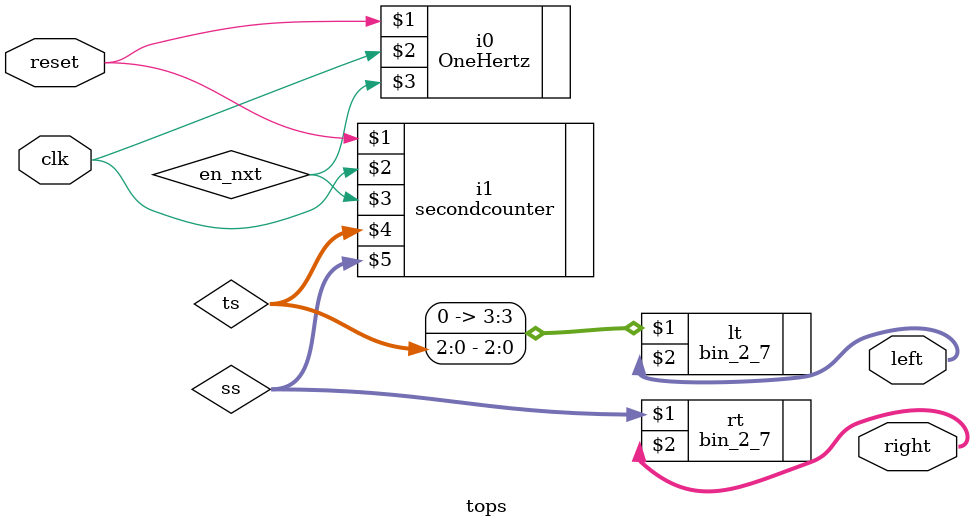
<source format=v>
module tops (reset, clk, left, right);
  input reset, clk;
  output [6:0] left, right;
  wire [2:0] ts;
  wire [3:0] ss;
      
  OneHertz      i0 (reset, clk, en_nxt);
  secondcounter i1 (reset, clk, en_nxt, ts, ss);
  bin_2_7       lt ({1'b0,ts}, left);
  bin_2_7       rt (ss, right);
endmodule

/*
module test();
  reg reset, clk;
  wire [6:0] left, right;
  
  tops CUT (reset, clk, left, right);
  
  initial 
    begin
         reset = 0; clk =0;
      #2 reset = 1;
      #2 reset = 0;
    end
    
  always #5 clk = ~clk;
endmodule
*/

</source>
